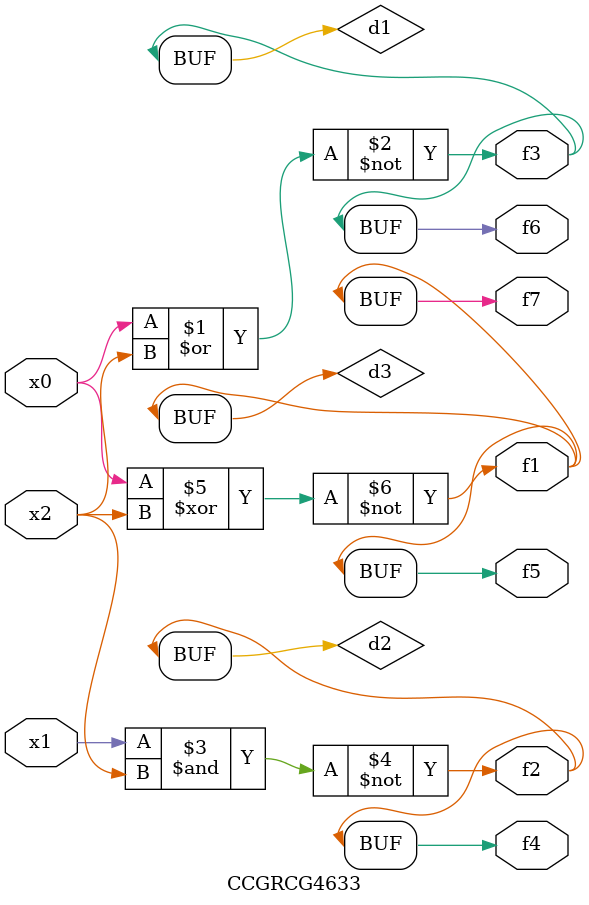
<source format=v>
module CCGRCG4633(
	input x0, x1, x2,
	output f1, f2, f3, f4, f5, f6, f7
);

	wire d1, d2, d3;

	nor (d1, x0, x2);
	nand (d2, x1, x2);
	xnor (d3, x0, x2);
	assign f1 = d3;
	assign f2 = d2;
	assign f3 = d1;
	assign f4 = d2;
	assign f5 = d3;
	assign f6 = d1;
	assign f7 = d3;
endmodule

</source>
